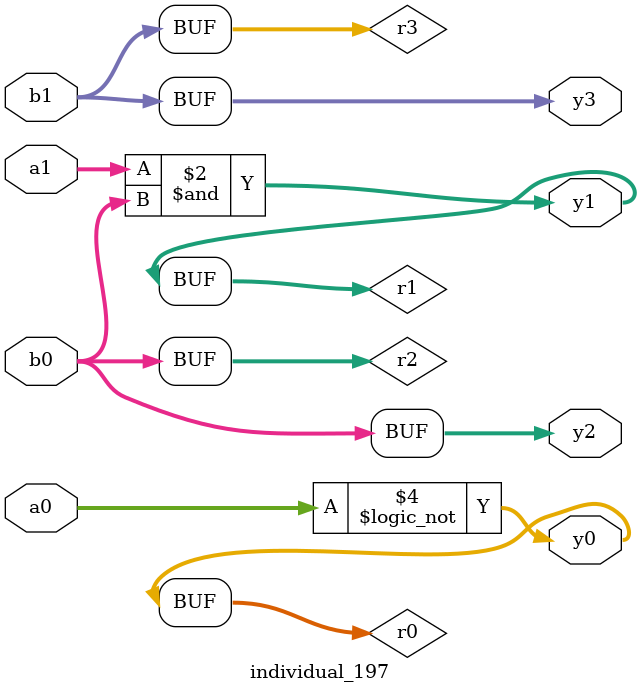
<source format=sv>
module individual_197(input logic [15:0] a1, input logic [15:0] a0, input logic [15:0] b1, input logic [15:0] b0, output logic [15:0] y3, output logic [15:0] y2, output logic [15:0] y1, output logic [15:0] y0);
logic [15:0] r0, r1, r2, r3; 
 always@(*) begin 
	 r0 = a0; r1 = a1; r2 = b0; r3 = b1; 
 	 r1  &=  b0 ;
 	 r0 = ! a0 ;
 	 r0 = ! a0 ;
 	 y3 = r3; y2 = r2; y1 = r1; y0 = r0; 
end
endmodule
</source>
